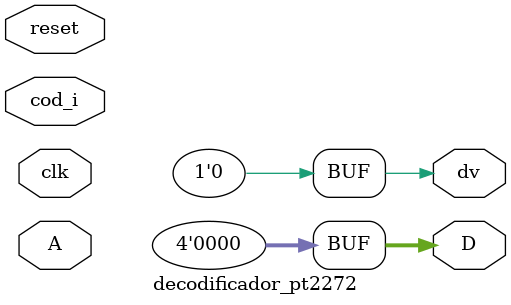
<source format=sv>


// Verification Directory fv/decodificador_pt2272 

module decodificador_pt2272(clk, reset, A, cod_i, D, dv);
  input clk, reset, cod_i;
  input [7:0] A;
  output [3:0] D;
  output dv;
  wire clk, reset, cod_i;
  wire [7:0] A;
  wire [3:0] D;
  wire dv;
  assign dv = 1'b0;
  assign D[0] = 1'b0;
  assign D[1] = 1'b0;
  assign D[2] = 1'b0;
  assign D[3] = 1'b0;
endmodule


</source>
